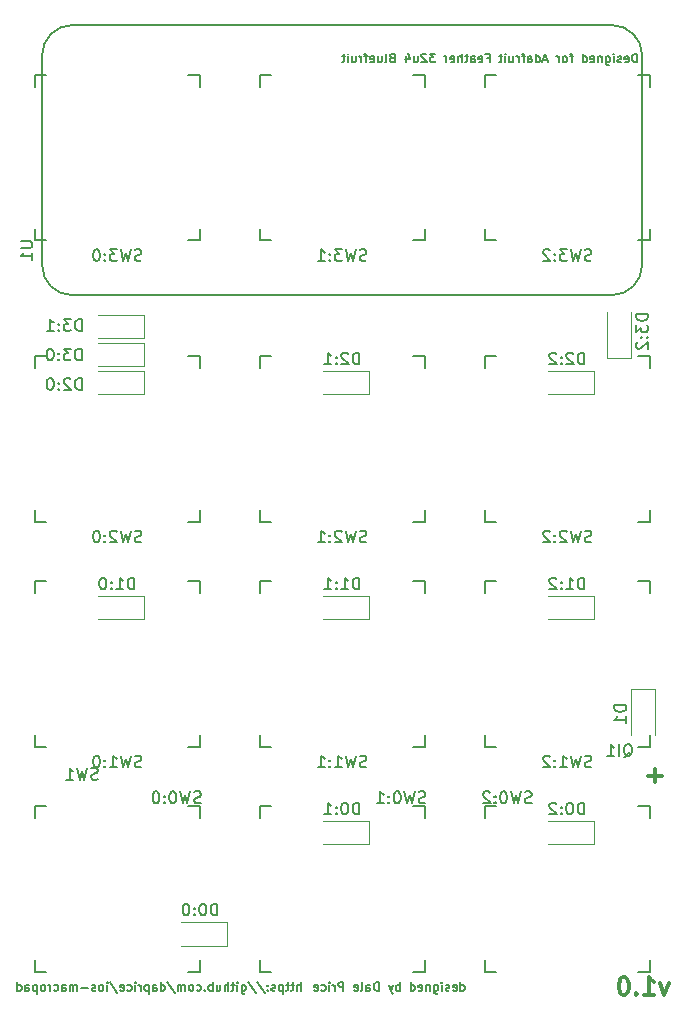
<source format=gbo>
G04 #@! TF.FileFunction,Legend,Bot*
%FSLAX46Y46*%
G04 Gerber Fmt 4.6, Leading zero omitted, Abs format (unit mm)*
G04 Created by KiCad (PCBNEW 4.0.7) date Tuesday, March 20, 2018 'PMt' 07:43:28 PM*
%MOMM*%
%LPD*%
G01*
G04 APERTURE LIST*
%ADD10C,0.100000*%
%ADD11C,0.300000*%
%ADD12C,0.184500*%
%ADD13C,0.150000*%
%ADD14C,0.120000*%
G04 APERTURE END LIST*
D10*
D11*
X125928572Y-116607143D02*
X127071429Y-116607143D01*
X126500000Y-117178571D02*
X126500000Y-116035714D01*
D12*
X96483712Y-134833857D02*
X96483712Y-134095857D01*
X96167426Y-134833857D02*
X96167426Y-134447286D01*
X96202569Y-134377000D01*
X96272855Y-134341857D01*
X96378283Y-134341857D01*
X96448569Y-134377000D01*
X96483712Y-134412143D01*
X95921426Y-134341857D02*
X95640283Y-134341857D01*
X95815998Y-134095857D02*
X95815998Y-134728429D01*
X95780855Y-134798714D01*
X95710569Y-134833857D01*
X95640283Y-134833857D01*
X95499712Y-134341857D02*
X95218569Y-134341857D01*
X95394284Y-134095857D02*
X95394284Y-134728429D01*
X95359141Y-134798714D01*
X95288855Y-134833857D01*
X95218569Y-134833857D01*
X94972570Y-134341857D02*
X94972570Y-135079857D01*
X94972570Y-134377000D02*
X94902284Y-134341857D01*
X94761713Y-134341857D01*
X94691427Y-134377000D01*
X94656284Y-134412143D01*
X94621141Y-134482429D01*
X94621141Y-134693286D01*
X94656284Y-134763571D01*
X94691427Y-134798714D01*
X94761713Y-134833857D01*
X94902284Y-134833857D01*
X94972570Y-134798714D01*
X94339999Y-134798714D02*
X94269713Y-134833857D01*
X94129141Y-134833857D01*
X94058856Y-134798714D01*
X94023713Y-134728429D01*
X94023713Y-134693286D01*
X94058856Y-134623000D01*
X94129141Y-134587857D01*
X94234570Y-134587857D01*
X94304856Y-134552714D01*
X94339999Y-134482429D01*
X94339999Y-134447286D01*
X94304856Y-134377000D01*
X94234570Y-134341857D01*
X94129141Y-134341857D01*
X94058856Y-134377000D01*
X93707427Y-134763571D02*
X93672284Y-134798714D01*
X93707427Y-134833857D01*
X93742570Y-134798714D01*
X93707427Y-134763571D01*
X93707427Y-134833857D01*
X93707427Y-134377000D02*
X93672284Y-134412143D01*
X93707427Y-134447286D01*
X93742570Y-134412143D01*
X93707427Y-134377000D01*
X93707427Y-134447286D01*
X92828855Y-134060714D02*
X93461426Y-135009571D01*
X92055712Y-134060714D02*
X92688283Y-135009571D01*
X91493426Y-134341857D02*
X91493426Y-134939286D01*
X91528569Y-135009571D01*
X91563712Y-135044714D01*
X91633997Y-135079857D01*
X91739426Y-135079857D01*
X91809712Y-135044714D01*
X91493426Y-134798714D02*
X91563712Y-134833857D01*
X91704283Y-134833857D01*
X91774569Y-134798714D01*
X91809712Y-134763571D01*
X91844855Y-134693286D01*
X91844855Y-134482429D01*
X91809712Y-134412143D01*
X91774569Y-134377000D01*
X91704283Y-134341857D01*
X91563712Y-134341857D01*
X91493426Y-134377000D01*
X91141998Y-134833857D02*
X91141998Y-134341857D01*
X91141998Y-134095857D02*
X91177141Y-134131000D01*
X91141998Y-134166143D01*
X91106855Y-134131000D01*
X91141998Y-134095857D01*
X91141998Y-134166143D01*
X90895997Y-134341857D02*
X90614854Y-134341857D01*
X90790569Y-134095857D02*
X90790569Y-134728429D01*
X90755426Y-134798714D01*
X90685140Y-134833857D01*
X90614854Y-134833857D01*
X90368855Y-134833857D02*
X90368855Y-134095857D01*
X90052569Y-134833857D02*
X90052569Y-134447286D01*
X90087712Y-134377000D01*
X90157998Y-134341857D01*
X90263426Y-134341857D01*
X90333712Y-134377000D01*
X90368855Y-134412143D01*
X89384855Y-134341857D02*
X89384855Y-134833857D01*
X89701141Y-134341857D02*
X89701141Y-134728429D01*
X89665998Y-134798714D01*
X89595712Y-134833857D01*
X89490284Y-134833857D01*
X89419998Y-134798714D01*
X89384855Y-134763571D01*
X89033427Y-134833857D02*
X89033427Y-134095857D01*
X89033427Y-134377000D02*
X88963141Y-134341857D01*
X88822570Y-134341857D01*
X88752284Y-134377000D01*
X88717141Y-134412143D01*
X88681998Y-134482429D01*
X88681998Y-134693286D01*
X88717141Y-134763571D01*
X88752284Y-134798714D01*
X88822570Y-134833857D01*
X88963141Y-134833857D01*
X89033427Y-134798714D01*
X88365713Y-134763571D02*
X88330570Y-134798714D01*
X88365713Y-134833857D01*
X88400856Y-134798714D01*
X88365713Y-134763571D01*
X88365713Y-134833857D01*
X87697998Y-134798714D02*
X87768284Y-134833857D01*
X87908855Y-134833857D01*
X87979141Y-134798714D01*
X88014284Y-134763571D01*
X88049427Y-134693286D01*
X88049427Y-134482429D01*
X88014284Y-134412143D01*
X87979141Y-134377000D01*
X87908855Y-134341857D01*
X87768284Y-134341857D01*
X87697998Y-134377000D01*
X87276284Y-134833857D02*
X87346570Y-134798714D01*
X87381713Y-134763571D01*
X87416856Y-134693286D01*
X87416856Y-134482429D01*
X87381713Y-134412143D01*
X87346570Y-134377000D01*
X87276284Y-134341857D01*
X87170856Y-134341857D01*
X87100570Y-134377000D01*
X87065427Y-134412143D01*
X87030284Y-134482429D01*
X87030284Y-134693286D01*
X87065427Y-134763571D01*
X87100570Y-134798714D01*
X87170856Y-134833857D01*
X87276284Y-134833857D01*
X86713999Y-134833857D02*
X86713999Y-134341857D01*
X86713999Y-134412143D02*
X86678856Y-134377000D01*
X86608570Y-134341857D01*
X86503142Y-134341857D01*
X86432856Y-134377000D01*
X86397713Y-134447286D01*
X86397713Y-134833857D01*
X86397713Y-134447286D02*
X86362570Y-134377000D01*
X86292284Y-134341857D01*
X86186856Y-134341857D01*
X86116570Y-134377000D01*
X86081427Y-134447286D01*
X86081427Y-134833857D01*
X85202856Y-134060714D02*
X85835427Y-135009571D01*
X84640570Y-134833857D02*
X84640570Y-134095857D01*
X84640570Y-134798714D02*
X84710856Y-134833857D01*
X84851427Y-134833857D01*
X84921713Y-134798714D01*
X84956856Y-134763571D01*
X84991999Y-134693286D01*
X84991999Y-134482429D01*
X84956856Y-134412143D01*
X84921713Y-134377000D01*
X84851427Y-134341857D01*
X84710856Y-134341857D01*
X84640570Y-134377000D01*
X83972856Y-134833857D02*
X83972856Y-134447286D01*
X84007999Y-134377000D01*
X84078285Y-134341857D01*
X84218856Y-134341857D01*
X84289142Y-134377000D01*
X83972856Y-134798714D02*
X84043142Y-134833857D01*
X84218856Y-134833857D01*
X84289142Y-134798714D01*
X84324285Y-134728429D01*
X84324285Y-134658143D01*
X84289142Y-134587857D01*
X84218856Y-134552714D01*
X84043142Y-134552714D01*
X83972856Y-134517571D01*
X83621428Y-134341857D02*
X83621428Y-135079857D01*
X83621428Y-134377000D02*
X83551142Y-134341857D01*
X83410571Y-134341857D01*
X83340285Y-134377000D01*
X83305142Y-134412143D01*
X83269999Y-134482429D01*
X83269999Y-134693286D01*
X83305142Y-134763571D01*
X83340285Y-134798714D01*
X83410571Y-134833857D01*
X83551142Y-134833857D01*
X83621428Y-134798714D01*
X82953714Y-134833857D02*
X82953714Y-134341857D01*
X82953714Y-134482429D02*
X82918571Y-134412143D01*
X82883428Y-134377000D01*
X82813142Y-134341857D01*
X82742857Y-134341857D01*
X82496857Y-134833857D02*
X82496857Y-134341857D01*
X82496857Y-134095857D02*
X82532000Y-134131000D01*
X82496857Y-134166143D01*
X82461714Y-134131000D01*
X82496857Y-134095857D01*
X82496857Y-134166143D01*
X81829142Y-134798714D02*
X81899428Y-134833857D01*
X82039999Y-134833857D01*
X82110285Y-134798714D01*
X82145428Y-134763571D01*
X82180571Y-134693286D01*
X82180571Y-134482429D01*
X82145428Y-134412143D01*
X82110285Y-134377000D01*
X82039999Y-134341857D01*
X81899428Y-134341857D01*
X81829142Y-134377000D01*
X81231714Y-134798714D02*
X81302000Y-134833857D01*
X81442571Y-134833857D01*
X81512857Y-134798714D01*
X81548000Y-134728429D01*
X81548000Y-134447286D01*
X81512857Y-134377000D01*
X81442571Y-134341857D01*
X81302000Y-134341857D01*
X81231714Y-134377000D01*
X81196571Y-134447286D01*
X81196571Y-134517571D01*
X81548000Y-134587857D01*
X80353143Y-134060714D02*
X80985714Y-135009571D01*
X80107143Y-134833857D02*
X80107143Y-134341857D01*
X80107143Y-134095857D02*
X80142286Y-134131000D01*
X80107143Y-134166143D01*
X80072000Y-134131000D01*
X80107143Y-134095857D01*
X80107143Y-134166143D01*
X79650285Y-134833857D02*
X79720571Y-134798714D01*
X79755714Y-134763571D01*
X79790857Y-134693286D01*
X79790857Y-134482429D01*
X79755714Y-134412143D01*
X79720571Y-134377000D01*
X79650285Y-134341857D01*
X79544857Y-134341857D01*
X79474571Y-134377000D01*
X79439428Y-134412143D01*
X79404285Y-134482429D01*
X79404285Y-134693286D01*
X79439428Y-134763571D01*
X79474571Y-134798714D01*
X79544857Y-134833857D01*
X79650285Y-134833857D01*
X79123143Y-134798714D02*
X79052857Y-134833857D01*
X78912285Y-134833857D01*
X78842000Y-134798714D01*
X78806857Y-134728429D01*
X78806857Y-134693286D01*
X78842000Y-134623000D01*
X78912285Y-134587857D01*
X79017714Y-134587857D01*
X79088000Y-134552714D01*
X79123143Y-134482429D01*
X79123143Y-134447286D01*
X79088000Y-134377000D01*
X79017714Y-134341857D01*
X78912285Y-134341857D01*
X78842000Y-134377000D01*
X78490571Y-134552714D02*
X77928285Y-134552714D01*
X77576857Y-134833857D02*
X77576857Y-134341857D01*
X77576857Y-134412143D02*
X77541714Y-134377000D01*
X77471428Y-134341857D01*
X77366000Y-134341857D01*
X77295714Y-134377000D01*
X77260571Y-134447286D01*
X77260571Y-134833857D01*
X77260571Y-134447286D02*
X77225428Y-134377000D01*
X77155142Y-134341857D01*
X77049714Y-134341857D01*
X76979428Y-134377000D01*
X76944285Y-134447286D01*
X76944285Y-134833857D01*
X76276571Y-134833857D02*
X76276571Y-134447286D01*
X76311714Y-134377000D01*
X76382000Y-134341857D01*
X76522571Y-134341857D01*
X76592857Y-134377000D01*
X76276571Y-134798714D02*
X76346857Y-134833857D01*
X76522571Y-134833857D01*
X76592857Y-134798714D01*
X76628000Y-134728429D01*
X76628000Y-134658143D01*
X76592857Y-134587857D01*
X76522571Y-134552714D01*
X76346857Y-134552714D01*
X76276571Y-134517571D01*
X75608857Y-134798714D02*
X75679143Y-134833857D01*
X75819714Y-134833857D01*
X75890000Y-134798714D01*
X75925143Y-134763571D01*
X75960286Y-134693286D01*
X75960286Y-134482429D01*
X75925143Y-134412143D01*
X75890000Y-134377000D01*
X75819714Y-134341857D01*
X75679143Y-134341857D01*
X75608857Y-134377000D01*
X75292572Y-134833857D02*
X75292572Y-134341857D01*
X75292572Y-134482429D02*
X75257429Y-134412143D01*
X75222286Y-134377000D01*
X75152000Y-134341857D01*
X75081715Y-134341857D01*
X74730286Y-134833857D02*
X74800572Y-134798714D01*
X74835715Y-134763571D01*
X74870858Y-134693286D01*
X74870858Y-134482429D01*
X74835715Y-134412143D01*
X74800572Y-134377000D01*
X74730286Y-134341857D01*
X74624858Y-134341857D01*
X74554572Y-134377000D01*
X74519429Y-134412143D01*
X74484286Y-134482429D01*
X74484286Y-134693286D01*
X74519429Y-134763571D01*
X74554572Y-134798714D01*
X74624858Y-134833857D01*
X74730286Y-134833857D01*
X74168001Y-134341857D02*
X74168001Y-135079857D01*
X74168001Y-134377000D02*
X74097715Y-134341857D01*
X73957144Y-134341857D01*
X73886858Y-134377000D01*
X73851715Y-134412143D01*
X73816572Y-134482429D01*
X73816572Y-134693286D01*
X73851715Y-134763571D01*
X73886858Y-134798714D01*
X73957144Y-134833857D01*
X74097715Y-134833857D01*
X74168001Y-134798714D01*
X73184001Y-134833857D02*
X73184001Y-134447286D01*
X73219144Y-134377000D01*
X73289430Y-134341857D01*
X73430001Y-134341857D01*
X73500287Y-134377000D01*
X73184001Y-134798714D02*
X73254287Y-134833857D01*
X73430001Y-134833857D01*
X73500287Y-134798714D01*
X73535430Y-134728429D01*
X73535430Y-134658143D01*
X73500287Y-134587857D01*
X73430001Y-134552714D01*
X73254287Y-134552714D01*
X73184001Y-134517571D01*
X72516287Y-134833857D02*
X72516287Y-134095857D01*
X72516287Y-134798714D02*
X72586573Y-134833857D01*
X72727144Y-134833857D01*
X72797430Y-134798714D01*
X72832573Y-134763571D01*
X72867716Y-134693286D01*
X72867716Y-134482429D01*
X72832573Y-134412143D01*
X72797430Y-134377000D01*
X72727144Y-134341857D01*
X72586573Y-134341857D01*
X72516287Y-134377000D01*
X110026999Y-134833857D02*
X110026999Y-134095857D01*
X110026999Y-134798714D02*
X110097285Y-134833857D01*
X110237856Y-134833857D01*
X110308142Y-134798714D01*
X110343285Y-134763571D01*
X110378428Y-134693286D01*
X110378428Y-134482429D01*
X110343285Y-134412143D01*
X110308142Y-134377000D01*
X110237856Y-134341857D01*
X110097285Y-134341857D01*
X110026999Y-134377000D01*
X109394428Y-134798714D02*
X109464714Y-134833857D01*
X109605285Y-134833857D01*
X109675571Y-134798714D01*
X109710714Y-134728429D01*
X109710714Y-134447286D01*
X109675571Y-134377000D01*
X109605285Y-134341857D01*
X109464714Y-134341857D01*
X109394428Y-134377000D01*
X109359285Y-134447286D01*
X109359285Y-134517571D01*
X109710714Y-134587857D01*
X109078143Y-134798714D02*
X109007857Y-134833857D01*
X108867285Y-134833857D01*
X108797000Y-134798714D01*
X108761857Y-134728429D01*
X108761857Y-134693286D01*
X108797000Y-134623000D01*
X108867285Y-134587857D01*
X108972714Y-134587857D01*
X109043000Y-134552714D01*
X109078143Y-134482429D01*
X109078143Y-134447286D01*
X109043000Y-134377000D01*
X108972714Y-134341857D01*
X108867285Y-134341857D01*
X108797000Y-134377000D01*
X108445571Y-134833857D02*
X108445571Y-134341857D01*
X108445571Y-134095857D02*
X108480714Y-134131000D01*
X108445571Y-134166143D01*
X108410428Y-134131000D01*
X108445571Y-134095857D01*
X108445571Y-134166143D01*
X107777856Y-134341857D02*
X107777856Y-134939286D01*
X107812999Y-135009571D01*
X107848142Y-135044714D01*
X107918427Y-135079857D01*
X108023856Y-135079857D01*
X108094142Y-135044714D01*
X107777856Y-134798714D02*
X107848142Y-134833857D01*
X107988713Y-134833857D01*
X108058999Y-134798714D01*
X108094142Y-134763571D01*
X108129285Y-134693286D01*
X108129285Y-134482429D01*
X108094142Y-134412143D01*
X108058999Y-134377000D01*
X107988713Y-134341857D01*
X107848142Y-134341857D01*
X107777856Y-134377000D01*
X107426428Y-134341857D02*
X107426428Y-134833857D01*
X107426428Y-134412143D02*
X107391285Y-134377000D01*
X107320999Y-134341857D01*
X107215571Y-134341857D01*
X107145285Y-134377000D01*
X107110142Y-134447286D01*
X107110142Y-134833857D01*
X106477571Y-134798714D02*
X106547857Y-134833857D01*
X106688428Y-134833857D01*
X106758714Y-134798714D01*
X106793857Y-134728429D01*
X106793857Y-134447286D01*
X106758714Y-134377000D01*
X106688428Y-134341857D01*
X106547857Y-134341857D01*
X106477571Y-134377000D01*
X106442428Y-134447286D01*
X106442428Y-134517571D01*
X106793857Y-134587857D01*
X105809857Y-134833857D02*
X105809857Y-134095857D01*
X105809857Y-134798714D02*
X105880143Y-134833857D01*
X106020714Y-134833857D01*
X106091000Y-134798714D01*
X106126143Y-134763571D01*
X106161286Y-134693286D01*
X106161286Y-134482429D01*
X106126143Y-134412143D01*
X106091000Y-134377000D01*
X106020714Y-134341857D01*
X105880143Y-134341857D01*
X105809857Y-134377000D01*
X104896143Y-134833857D02*
X104896143Y-134095857D01*
X104896143Y-134377000D02*
X104825857Y-134341857D01*
X104685286Y-134341857D01*
X104615000Y-134377000D01*
X104579857Y-134412143D01*
X104544714Y-134482429D01*
X104544714Y-134693286D01*
X104579857Y-134763571D01*
X104615000Y-134798714D01*
X104685286Y-134833857D01*
X104825857Y-134833857D01*
X104896143Y-134798714D01*
X104298714Y-134341857D02*
X104123000Y-134833857D01*
X103947286Y-134341857D02*
X104123000Y-134833857D01*
X104193286Y-135009571D01*
X104228429Y-135044714D01*
X104298714Y-135079857D01*
X103103857Y-134833857D02*
X103103857Y-134095857D01*
X102928142Y-134095857D01*
X102822714Y-134131000D01*
X102752428Y-134201286D01*
X102717285Y-134271571D01*
X102682142Y-134412143D01*
X102682142Y-134517571D01*
X102717285Y-134658143D01*
X102752428Y-134728429D01*
X102822714Y-134798714D01*
X102928142Y-134833857D01*
X103103857Y-134833857D01*
X102049571Y-134833857D02*
X102049571Y-134447286D01*
X102084714Y-134377000D01*
X102155000Y-134341857D01*
X102295571Y-134341857D01*
X102365857Y-134377000D01*
X102049571Y-134798714D02*
X102119857Y-134833857D01*
X102295571Y-134833857D01*
X102365857Y-134798714D01*
X102401000Y-134728429D01*
X102401000Y-134658143D01*
X102365857Y-134587857D01*
X102295571Y-134552714D01*
X102119857Y-134552714D01*
X102049571Y-134517571D01*
X101592714Y-134833857D02*
X101663000Y-134798714D01*
X101698143Y-134728429D01*
X101698143Y-134095857D01*
X101030429Y-134798714D02*
X101100715Y-134833857D01*
X101241286Y-134833857D01*
X101311572Y-134798714D01*
X101346715Y-134728429D01*
X101346715Y-134447286D01*
X101311572Y-134377000D01*
X101241286Y-134341857D01*
X101100715Y-134341857D01*
X101030429Y-134377000D01*
X100995286Y-134447286D01*
X100995286Y-134517571D01*
X101346715Y-134587857D01*
X100116715Y-134833857D02*
X100116715Y-134095857D01*
X99835572Y-134095857D01*
X99765286Y-134131000D01*
X99730143Y-134166143D01*
X99695000Y-134236429D01*
X99695000Y-134341857D01*
X99730143Y-134412143D01*
X99765286Y-134447286D01*
X99835572Y-134482429D01*
X100116715Y-134482429D01*
X99378715Y-134833857D02*
X99378715Y-134341857D01*
X99378715Y-134482429D02*
X99343572Y-134412143D01*
X99308429Y-134377000D01*
X99238143Y-134341857D01*
X99167858Y-134341857D01*
X98921858Y-134833857D02*
X98921858Y-134341857D01*
X98921858Y-134095857D02*
X98957001Y-134131000D01*
X98921858Y-134166143D01*
X98886715Y-134131000D01*
X98921858Y-134095857D01*
X98921858Y-134166143D01*
X98254143Y-134798714D02*
X98324429Y-134833857D01*
X98465000Y-134833857D01*
X98535286Y-134798714D01*
X98570429Y-134763571D01*
X98605572Y-134693286D01*
X98605572Y-134482429D01*
X98570429Y-134412143D01*
X98535286Y-134377000D01*
X98465000Y-134341857D01*
X98324429Y-134341857D01*
X98254143Y-134377000D01*
X97656715Y-134798714D02*
X97727001Y-134833857D01*
X97867572Y-134833857D01*
X97937858Y-134798714D01*
X97973001Y-134728429D01*
X97973001Y-134447286D01*
X97937858Y-134377000D01*
X97867572Y-134341857D01*
X97727001Y-134341857D01*
X97656715Y-134377000D01*
X97621572Y-134447286D01*
X97621572Y-134517571D01*
X97973001Y-134587857D01*
D11*
X127642856Y-134178571D02*
X127285713Y-135178571D01*
X126928571Y-134178571D01*
X125571428Y-135178571D02*
X126428571Y-135178571D01*
X125999999Y-135178571D02*
X125999999Y-133678571D01*
X126142856Y-133892857D01*
X126285714Y-134035714D01*
X126428571Y-134107143D01*
X124928571Y-135035714D02*
X124857143Y-135107143D01*
X124928571Y-135178571D01*
X125000000Y-135107143D01*
X124928571Y-135035714D01*
X124928571Y-135178571D01*
X123928571Y-133678571D02*
X123785714Y-133678571D01*
X123642857Y-133750000D01*
X123571428Y-133821429D01*
X123499999Y-133964286D01*
X123428571Y-134250000D01*
X123428571Y-134607143D01*
X123499999Y-134892857D01*
X123571428Y-135035714D01*
X123642857Y-135107143D01*
X123785714Y-135178571D01*
X123928571Y-135178571D01*
X124071428Y-135107143D01*
X124142857Y-135035714D01*
X124214285Y-134892857D01*
X124285714Y-134607143D01*
X124285714Y-134250000D01*
X124214285Y-133964286D01*
X124142857Y-133821429D01*
X124071428Y-133750000D01*
X123928571Y-133678571D01*
D12*
X124962568Y-56213857D02*
X124962568Y-55475857D01*
X124786853Y-55475857D01*
X124681425Y-55511000D01*
X124611139Y-55581286D01*
X124575996Y-55651571D01*
X124540853Y-55792143D01*
X124540853Y-55897571D01*
X124575996Y-56038143D01*
X124611139Y-56108429D01*
X124681425Y-56178714D01*
X124786853Y-56213857D01*
X124962568Y-56213857D01*
X123943425Y-56178714D02*
X124013711Y-56213857D01*
X124154282Y-56213857D01*
X124224568Y-56178714D01*
X124259711Y-56108429D01*
X124259711Y-55827286D01*
X124224568Y-55757000D01*
X124154282Y-55721857D01*
X124013711Y-55721857D01*
X123943425Y-55757000D01*
X123908282Y-55827286D01*
X123908282Y-55897571D01*
X124259711Y-55967857D01*
X123627140Y-56178714D02*
X123556854Y-56213857D01*
X123416282Y-56213857D01*
X123345997Y-56178714D01*
X123310854Y-56108429D01*
X123310854Y-56073286D01*
X123345997Y-56003000D01*
X123416282Y-55967857D01*
X123521711Y-55967857D01*
X123591997Y-55932714D01*
X123627140Y-55862429D01*
X123627140Y-55827286D01*
X123591997Y-55757000D01*
X123521711Y-55721857D01*
X123416282Y-55721857D01*
X123345997Y-55757000D01*
X122994568Y-56213857D02*
X122994568Y-55721857D01*
X122994568Y-55475857D02*
X123029711Y-55511000D01*
X122994568Y-55546143D01*
X122959425Y-55511000D01*
X122994568Y-55475857D01*
X122994568Y-55546143D01*
X122326853Y-55721857D02*
X122326853Y-56319286D01*
X122361996Y-56389571D01*
X122397139Y-56424714D01*
X122467424Y-56459857D01*
X122572853Y-56459857D01*
X122643139Y-56424714D01*
X122326853Y-56178714D02*
X122397139Y-56213857D01*
X122537710Y-56213857D01*
X122607996Y-56178714D01*
X122643139Y-56143571D01*
X122678282Y-56073286D01*
X122678282Y-55862429D01*
X122643139Y-55792143D01*
X122607996Y-55757000D01*
X122537710Y-55721857D01*
X122397139Y-55721857D01*
X122326853Y-55757000D01*
X121975425Y-55721857D02*
X121975425Y-56213857D01*
X121975425Y-55792143D02*
X121940282Y-55757000D01*
X121869996Y-55721857D01*
X121764568Y-55721857D01*
X121694282Y-55757000D01*
X121659139Y-55827286D01*
X121659139Y-56213857D01*
X121026568Y-56178714D02*
X121096854Y-56213857D01*
X121237425Y-56213857D01*
X121307711Y-56178714D01*
X121342854Y-56108429D01*
X121342854Y-55827286D01*
X121307711Y-55757000D01*
X121237425Y-55721857D01*
X121096854Y-55721857D01*
X121026568Y-55757000D01*
X120991425Y-55827286D01*
X120991425Y-55897571D01*
X121342854Y-55967857D01*
X120358854Y-56213857D02*
X120358854Y-55475857D01*
X120358854Y-56178714D02*
X120429140Y-56213857D01*
X120569711Y-56213857D01*
X120639997Y-56178714D01*
X120675140Y-56143571D01*
X120710283Y-56073286D01*
X120710283Y-55862429D01*
X120675140Y-55792143D01*
X120639997Y-55757000D01*
X120569711Y-55721857D01*
X120429140Y-55721857D01*
X120358854Y-55757000D01*
X119550568Y-55721857D02*
X119269425Y-55721857D01*
X119445140Y-56213857D02*
X119445140Y-55581286D01*
X119409997Y-55511000D01*
X119339711Y-55475857D01*
X119269425Y-55475857D01*
X118917997Y-56213857D02*
X118988283Y-56178714D01*
X119023426Y-56143571D01*
X119058569Y-56073286D01*
X119058569Y-55862429D01*
X119023426Y-55792143D01*
X118988283Y-55757000D01*
X118917997Y-55721857D01*
X118812569Y-55721857D01*
X118742283Y-55757000D01*
X118707140Y-55792143D01*
X118671997Y-55862429D01*
X118671997Y-56073286D01*
X118707140Y-56143571D01*
X118742283Y-56178714D01*
X118812569Y-56213857D01*
X118917997Y-56213857D01*
X118355712Y-56213857D02*
X118355712Y-55721857D01*
X118355712Y-55862429D02*
X118320569Y-55792143D01*
X118285426Y-55757000D01*
X118215140Y-55721857D01*
X118144855Y-55721857D01*
X117371712Y-56003000D02*
X117020283Y-56003000D01*
X117441997Y-56213857D02*
X117195997Y-55475857D01*
X116949997Y-56213857D01*
X116387712Y-56213857D02*
X116387712Y-55475857D01*
X116387712Y-56178714D02*
X116457998Y-56213857D01*
X116598569Y-56213857D01*
X116668855Y-56178714D01*
X116703998Y-56143571D01*
X116739141Y-56073286D01*
X116739141Y-55862429D01*
X116703998Y-55792143D01*
X116668855Y-55757000D01*
X116598569Y-55721857D01*
X116457998Y-55721857D01*
X116387712Y-55757000D01*
X115719998Y-56213857D02*
X115719998Y-55827286D01*
X115755141Y-55757000D01*
X115825427Y-55721857D01*
X115965998Y-55721857D01*
X116036284Y-55757000D01*
X115719998Y-56178714D02*
X115790284Y-56213857D01*
X115965998Y-56213857D01*
X116036284Y-56178714D01*
X116071427Y-56108429D01*
X116071427Y-56038143D01*
X116036284Y-55967857D01*
X115965998Y-55932714D01*
X115790284Y-55932714D01*
X115719998Y-55897571D01*
X115473998Y-55721857D02*
X115192855Y-55721857D01*
X115368570Y-56213857D02*
X115368570Y-55581286D01*
X115333427Y-55511000D01*
X115263141Y-55475857D01*
X115192855Y-55475857D01*
X114946856Y-56213857D02*
X114946856Y-55721857D01*
X114946856Y-55862429D02*
X114911713Y-55792143D01*
X114876570Y-55757000D01*
X114806284Y-55721857D01*
X114735999Y-55721857D01*
X114173713Y-55721857D02*
X114173713Y-56213857D01*
X114489999Y-55721857D02*
X114489999Y-56108429D01*
X114454856Y-56178714D01*
X114384570Y-56213857D01*
X114279142Y-56213857D01*
X114208856Y-56178714D01*
X114173713Y-56143571D01*
X113822285Y-56213857D02*
X113822285Y-55721857D01*
X113822285Y-55475857D02*
X113857428Y-55511000D01*
X113822285Y-55546143D01*
X113787142Y-55511000D01*
X113822285Y-55475857D01*
X113822285Y-55546143D01*
X113576284Y-55721857D02*
X113295141Y-55721857D01*
X113470856Y-55475857D02*
X113470856Y-56108429D01*
X113435713Y-56178714D01*
X113365427Y-56213857D01*
X113295141Y-56213857D01*
X112240856Y-55827286D02*
X112486856Y-55827286D01*
X112486856Y-56213857D02*
X112486856Y-55475857D01*
X112135427Y-55475857D01*
X111573142Y-56178714D02*
X111643428Y-56213857D01*
X111783999Y-56213857D01*
X111854285Y-56178714D01*
X111889428Y-56108429D01*
X111889428Y-55827286D01*
X111854285Y-55757000D01*
X111783999Y-55721857D01*
X111643428Y-55721857D01*
X111573142Y-55757000D01*
X111537999Y-55827286D01*
X111537999Y-55897571D01*
X111889428Y-55967857D01*
X110905428Y-56213857D02*
X110905428Y-55827286D01*
X110940571Y-55757000D01*
X111010857Y-55721857D01*
X111151428Y-55721857D01*
X111221714Y-55757000D01*
X110905428Y-56178714D02*
X110975714Y-56213857D01*
X111151428Y-56213857D01*
X111221714Y-56178714D01*
X111256857Y-56108429D01*
X111256857Y-56038143D01*
X111221714Y-55967857D01*
X111151428Y-55932714D01*
X110975714Y-55932714D01*
X110905428Y-55897571D01*
X110659428Y-55721857D02*
X110378285Y-55721857D01*
X110554000Y-55475857D02*
X110554000Y-56108429D01*
X110518857Y-56178714D01*
X110448571Y-56213857D01*
X110378285Y-56213857D01*
X110132286Y-56213857D02*
X110132286Y-55475857D01*
X109816000Y-56213857D02*
X109816000Y-55827286D01*
X109851143Y-55757000D01*
X109921429Y-55721857D01*
X110026857Y-55721857D01*
X110097143Y-55757000D01*
X110132286Y-55792143D01*
X109183429Y-56178714D02*
X109253715Y-56213857D01*
X109394286Y-56213857D01*
X109464572Y-56178714D01*
X109499715Y-56108429D01*
X109499715Y-55827286D01*
X109464572Y-55757000D01*
X109394286Y-55721857D01*
X109253715Y-55721857D01*
X109183429Y-55757000D01*
X109148286Y-55827286D01*
X109148286Y-55897571D01*
X109499715Y-55967857D01*
X108832001Y-56213857D02*
X108832001Y-55721857D01*
X108832001Y-55862429D02*
X108796858Y-55792143D01*
X108761715Y-55757000D01*
X108691429Y-55721857D01*
X108621144Y-55721857D01*
X107883143Y-55475857D02*
X107426286Y-55475857D01*
X107672286Y-55757000D01*
X107566858Y-55757000D01*
X107496572Y-55792143D01*
X107461429Y-55827286D01*
X107426286Y-55897571D01*
X107426286Y-56073286D01*
X107461429Y-56143571D01*
X107496572Y-56178714D01*
X107566858Y-56213857D01*
X107777715Y-56213857D01*
X107848001Y-56178714D01*
X107883143Y-56143571D01*
X107145144Y-55546143D02*
X107110001Y-55511000D01*
X107039715Y-55475857D01*
X106864001Y-55475857D01*
X106793715Y-55511000D01*
X106758572Y-55546143D01*
X106723429Y-55616429D01*
X106723429Y-55686714D01*
X106758572Y-55792143D01*
X107180286Y-56213857D01*
X106723429Y-56213857D01*
X106090858Y-55721857D02*
X106090858Y-56213857D01*
X106407144Y-55721857D02*
X106407144Y-56108429D01*
X106372001Y-56178714D01*
X106301715Y-56213857D01*
X106196287Y-56213857D01*
X106126001Y-56178714D01*
X106090858Y-56143571D01*
X105423144Y-55721857D02*
X105423144Y-56213857D01*
X105598858Y-55440714D02*
X105774573Y-55967857D01*
X105317715Y-55967857D01*
X104228287Y-55827286D02*
X104122858Y-55862429D01*
X104087715Y-55897571D01*
X104052572Y-55967857D01*
X104052572Y-56073286D01*
X104087715Y-56143571D01*
X104122858Y-56178714D01*
X104193144Y-56213857D01*
X104474287Y-56213857D01*
X104474287Y-55475857D01*
X104228287Y-55475857D01*
X104158001Y-55511000D01*
X104122858Y-55546143D01*
X104087715Y-55616429D01*
X104087715Y-55686714D01*
X104122858Y-55757000D01*
X104158001Y-55792143D01*
X104228287Y-55827286D01*
X104474287Y-55827286D01*
X103630858Y-56213857D02*
X103701144Y-56178714D01*
X103736287Y-56108429D01*
X103736287Y-55475857D01*
X103033430Y-55721857D02*
X103033430Y-56213857D01*
X103349716Y-55721857D02*
X103349716Y-56108429D01*
X103314573Y-56178714D01*
X103244287Y-56213857D01*
X103138859Y-56213857D01*
X103068573Y-56178714D01*
X103033430Y-56143571D01*
X102400859Y-56178714D02*
X102471145Y-56213857D01*
X102611716Y-56213857D01*
X102682002Y-56178714D01*
X102717145Y-56108429D01*
X102717145Y-55827286D01*
X102682002Y-55757000D01*
X102611716Y-55721857D01*
X102471145Y-55721857D01*
X102400859Y-55757000D01*
X102365716Y-55827286D01*
X102365716Y-55897571D01*
X102717145Y-55967857D01*
X102154859Y-55721857D02*
X101873716Y-55721857D01*
X102049431Y-56213857D02*
X102049431Y-55581286D01*
X102014288Y-55511000D01*
X101944002Y-55475857D01*
X101873716Y-55475857D01*
X101627717Y-56213857D02*
X101627717Y-55721857D01*
X101627717Y-55862429D02*
X101592574Y-55792143D01*
X101557431Y-55757000D01*
X101487145Y-55721857D01*
X101416860Y-55721857D01*
X100854574Y-55721857D02*
X100854574Y-56213857D01*
X101170860Y-55721857D02*
X101170860Y-56108429D01*
X101135717Y-56178714D01*
X101065431Y-56213857D01*
X100960003Y-56213857D01*
X100889717Y-56178714D01*
X100854574Y-56143571D01*
X100503146Y-56213857D02*
X100503146Y-55721857D01*
X100503146Y-55475857D02*
X100538289Y-55511000D01*
X100503146Y-55546143D01*
X100468003Y-55511000D01*
X100503146Y-55475857D01*
X100503146Y-55546143D01*
X100257145Y-55721857D02*
X99976002Y-55721857D01*
X100151717Y-55475857D02*
X100151717Y-56108429D01*
X100116574Y-56178714D01*
X100046288Y-56213857D01*
X99976002Y-56213857D01*
D13*
X77140000Y-75930000D02*
X122860000Y-75930000D01*
X74600000Y-55610000D02*
X74600000Y-73390000D01*
X122860000Y-53070000D02*
X77140000Y-53070000D01*
X125400000Y-73390000D02*
X125400000Y-55610000D01*
X122860000Y-53070000D02*
G75*
G02X125400000Y-55610000I0J-2540000D01*
G01*
X74600000Y-55610000D02*
G75*
G02X77140000Y-53070000I2540000J0D01*
G01*
X77140000Y-75930000D02*
G75*
G02X74600000Y-73390000I0J2540000D01*
G01*
X125400000Y-73390000D02*
G75*
G02X122860000Y-75930000I-2540000J0D01*
G01*
D14*
X124444000Y-81244000D02*
X122444000Y-81244000D01*
X122444000Y-81244000D02*
X122444000Y-77344000D01*
X124444000Y-81244000D02*
X124444000Y-77344000D01*
X83212500Y-77581250D02*
X83212500Y-79581250D01*
X83212500Y-79581250D02*
X79312500Y-79581250D01*
X83212500Y-77581250D02*
X79312500Y-77581250D01*
X83212500Y-79962500D02*
X83212500Y-81962500D01*
X83212500Y-81962500D02*
X79312500Y-81962500D01*
X83212500Y-79962500D02*
X79312500Y-79962500D01*
X121312500Y-82343750D02*
X121312500Y-84343750D01*
X121312500Y-84343750D02*
X117412500Y-84343750D01*
X121312500Y-82343750D02*
X117412500Y-82343750D01*
X102262500Y-82343750D02*
X102262500Y-84343750D01*
X102262500Y-84343750D02*
X98362500Y-84343750D01*
X102262500Y-82343750D02*
X98362500Y-82343750D01*
X83212500Y-82343750D02*
X83212500Y-84343750D01*
X83212500Y-84343750D02*
X79312500Y-84343750D01*
X83212500Y-82343750D02*
X79312500Y-82343750D01*
X121312500Y-101393750D02*
X121312500Y-103393750D01*
X121312500Y-103393750D02*
X117412500Y-103393750D01*
X121312500Y-101393750D02*
X117412500Y-101393750D01*
X102262500Y-101393750D02*
X102262500Y-103393750D01*
X102262500Y-103393750D02*
X98362500Y-103393750D01*
X102262500Y-101393750D02*
X98362500Y-101393750D01*
X83212500Y-101393750D02*
X83212500Y-103393750D01*
X83212500Y-103393750D02*
X79312500Y-103393750D01*
X83212500Y-101393750D02*
X79312500Y-101393750D01*
X124500000Y-109300000D02*
X126500000Y-109300000D01*
X126500000Y-109300000D02*
X126500000Y-113150000D01*
X124500000Y-109300000D02*
X124500000Y-113150000D01*
X121312500Y-120443750D02*
X121312500Y-122443750D01*
X121312500Y-122443750D02*
X117412500Y-122443750D01*
X121312500Y-120443750D02*
X117412500Y-120443750D01*
X102262500Y-120443750D02*
X102262500Y-122443750D01*
X102262500Y-122443750D02*
X98362500Y-122443750D01*
X102262500Y-120443750D02*
X98362500Y-120443750D01*
X90250000Y-129000000D02*
X90250000Y-131000000D01*
X90250000Y-131000000D02*
X86350000Y-131000000D01*
X90250000Y-129000000D02*
X86350000Y-129000000D01*
D13*
X73962500Y-58293750D02*
X73962500Y-57293750D01*
X73962500Y-57293750D02*
X74962500Y-57293750D01*
X74962500Y-71293750D02*
X73962500Y-71293750D01*
X73962500Y-71293750D02*
X73962500Y-70293750D01*
X87962500Y-70293750D02*
X87962500Y-71293750D01*
X87962500Y-71293750D02*
X86962500Y-71293750D01*
X86962500Y-57293750D02*
X87962500Y-57293750D01*
X87962500Y-57293750D02*
X87962500Y-58293750D01*
X93012500Y-82106250D02*
X93012500Y-81106250D01*
X93012500Y-81106250D02*
X94012500Y-81106250D01*
X94012500Y-95106250D02*
X93012500Y-95106250D01*
X93012500Y-95106250D02*
X93012500Y-94106250D01*
X107012500Y-94106250D02*
X107012500Y-95106250D01*
X107012500Y-95106250D02*
X106012500Y-95106250D01*
X106012500Y-81106250D02*
X107012500Y-81106250D01*
X107012500Y-81106250D02*
X107012500Y-82106250D01*
X73962500Y-82106250D02*
X73962500Y-81106250D01*
X73962500Y-81106250D02*
X74962500Y-81106250D01*
X74962500Y-95106250D02*
X73962500Y-95106250D01*
X73962500Y-95106250D02*
X73962500Y-94106250D01*
X87962500Y-94106250D02*
X87962500Y-95106250D01*
X87962500Y-95106250D02*
X86962500Y-95106250D01*
X86962500Y-81106250D02*
X87962500Y-81106250D01*
X87962500Y-81106250D02*
X87962500Y-82106250D01*
X73962500Y-120206250D02*
X73962500Y-119206250D01*
X73962500Y-119206250D02*
X74962500Y-119206250D01*
X74962500Y-133206250D02*
X73962500Y-133206250D01*
X73962500Y-133206250D02*
X73962500Y-132206250D01*
X87962500Y-132206250D02*
X87962500Y-133206250D01*
X87962500Y-133206250D02*
X86962500Y-133206250D01*
X86962500Y-119206250D02*
X87962500Y-119206250D01*
X87962500Y-119206250D02*
X87962500Y-120206250D01*
X93012500Y-120206250D02*
X93012500Y-119206250D01*
X93012500Y-119206250D02*
X94012500Y-119206250D01*
X94012500Y-133206250D02*
X93012500Y-133206250D01*
X93012500Y-133206250D02*
X93012500Y-132206250D01*
X107012500Y-132206250D02*
X107012500Y-133206250D01*
X107012500Y-133206250D02*
X106012500Y-133206250D01*
X106012500Y-119206250D02*
X107012500Y-119206250D01*
X107012500Y-119206250D02*
X107012500Y-120206250D01*
X112062500Y-120206250D02*
X112062500Y-119206250D01*
X112062500Y-119206250D02*
X113062500Y-119206250D01*
X113062500Y-133206250D02*
X112062500Y-133206250D01*
X112062500Y-133206250D02*
X112062500Y-132206250D01*
X126062500Y-132206250D02*
X126062500Y-133206250D01*
X126062500Y-133206250D02*
X125062500Y-133206250D01*
X125062500Y-119206250D02*
X126062500Y-119206250D01*
X126062500Y-119206250D02*
X126062500Y-120206250D01*
X73962500Y-101156250D02*
X73962500Y-100156250D01*
X73962500Y-100156250D02*
X74962500Y-100156250D01*
X74962500Y-114156250D02*
X73962500Y-114156250D01*
X73962500Y-114156250D02*
X73962500Y-113156250D01*
X87962500Y-113156250D02*
X87962500Y-114156250D01*
X87962500Y-114156250D02*
X86962500Y-114156250D01*
X86962500Y-100156250D02*
X87962500Y-100156250D01*
X87962500Y-100156250D02*
X87962500Y-101156250D01*
X93012500Y-101156250D02*
X93012500Y-100156250D01*
X93012500Y-100156250D02*
X94012500Y-100156250D01*
X94012500Y-114156250D02*
X93012500Y-114156250D01*
X93012500Y-114156250D02*
X93012500Y-113156250D01*
X107012500Y-113156250D02*
X107012500Y-114156250D01*
X107012500Y-114156250D02*
X106012500Y-114156250D01*
X106012500Y-100156250D02*
X107012500Y-100156250D01*
X107012500Y-100156250D02*
X107012500Y-101156250D01*
X112062500Y-101156250D02*
X112062500Y-100156250D01*
X112062500Y-100156250D02*
X113062500Y-100156250D01*
X113062500Y-114156250D02*
X112062500Y-114156250D01*
X112062500Y-114156250D02*
X112062500Y-113156250D01*
X126062500Y-113156250D02*
X126062500Y-114156250D01*
X126062500Y-114156250D02*
X125062500Y-114156250D01*
X125062500Y-100156250D02*
X126062500Y-100156250D01*
X126062500Y-100156250D02*
X126062500Y-101156250D01*
X112062500Y-82106250D02*
X112062500Y-81106250D01*
X112062500Y-81106250D02*
X113062500Y-81106250D01*
X113062500Y-95106250D02*
X112062500Y-95106250D01*
X112062500Y-95106250D02*
X112062500Y-94106250D01*
X126062500Y-94106250D02*
X126062500Y-95106250D01*
X126062500Y-95106250D02*
X125062500Y-95106250D01*
X125062500Y-81106250D02*
X126062500Y-81106250D01*
X126062500Y-81106250D02*
X126062500Y-82106250D01*
X93012500Y-58293750D02*
X93012500Y-57293750D01*
X93012500Y-57293750D02*
X94012500Y-57293750D01*
X94012500Y-71293750D02*
X93012500Y-71293750D01*
X93012500Y-71293750D02*
X93012500Y-70293750D01*
X107012500Y-70293750D02*
X107012500Y-71293750D01*
X107012500Y-71293750D02*
X106012500Y-71293750D01*
X106012500Y-57293750D02*
X107012500Y-57293750D01*
X107012500Y-57293750D02*
X107012500Y-58293750D01*
X112062500Y-58293750D02*
X112062500Y-57293750D01*
X112062500Y-57293750D02*
X113062500Y-57293750D01*
X113062500Y-71293750D02*
X112062500Y-71293750D01*
X112062500Y-71293750D02*
X112062500Y-70293750D01*
X126062500Y-70293750D02*
X126062500Y-71293750D01*
X126062500Y-71293750D02*
X125062500Y-71293750D01*
X125062500Y-57293750D02*
X126062500Y-57293750D01*
X126062500Y-57293750D02*
X126062500Y-58293750D01*
X72782381Y-71358095D02*
X73591905Y-71358095D01*
X73687143Y-71405714D01*
X73734762Y-71453333D01*
X73782381Y-71548571D01*
X73782381Y-71739048D01*
X73734762Y-71834286D01*
X73687143Y-71881905D01*
X73591905Y-71929524D01*
X72782381Y-71929524D01*
X73782381Y-72929524D02*
X73782381Y-72358095D01*
X73782381Y-72643809D02*
X72782381Y-72643809D01*
X72925238Y-72548571D01*
X73020476Y-72453333D01*
X73068095Y-72358095D01*
X125896381Y-77541619D02*
X124896381Y-77541619D01*
X124896381Y-77779714D01*
X124944000Y-77922572D01*
X125039238Y-78017810D01*
X125134476Y-78065429D01*
X125324952Y-78113048D01*
X125467810Y-78113048D01*
X125658286Y-78065429D01*
X125753524Y-78017810D01*
X125848762Y-77922572D01*
X125896381Y-77779714D01*
X125896381Y-77541619D01*
X124896381Y-78446381D02*
X124896381Y-79065429D01*
X125277333Y-78732095D01*
X125277333Y-78874953D01*
X125324952Y-78970191D01*
X125372571Y-79017810D01*
X125467810Y-79065429D01*
X125705905Y-79065429D01*
X125801143Y-79017810D01*
X125848762Y-78970191D01*
X125896381Y-78874953D01*
X125896381Y-78589238D01*
X125848762Y-78494000D01*
X125801143Y-78446381D01*
X125801143Y-79494000D02*
X125848762Y-79541619D01*
X125896381Y-79494000D01*
X125848762Y-79446381D01*
X125801143Y-79494000D01*
X125896381Y-79494000D01*
X125277333Y-79494000D02*
X125324952Y-79541619D01*
X125372571Y-79494000D01*
X125324952Y-79446381D01*
X125277333Y-79494000D01*
X125372571Y-79494000D01*
X124991619Y-79922571D02*
X124944000Y-79970190D01*
X124896381Y-80065428D01*
X124896381Y-80303524D01*
X124944000Y-80398762D01*
X124991619Y-80446381D01*
X125086857Y-80494000D01*
X125182095Y-80494000D01*
X125324952Y-80446381D01*
X125896381Y-79874952D01*
X125896381Y-80494000D01*
X77952381Y-78952381D02*
X77952381Y-77952381D01*
X77714286Y-77952381D01*
X77571428Y-78000000D01*
X77476190Y-78095238D01*
X77428571Y-78190476D01*
X77380952Y-78380952D01*
X77380952Y-78523810D01*
X77428571Y-78714286D01*
X77476190Y-78809524D01*
X77571428Y-78904762D01*
X77714286Y-78952381D01*
X77952381Y-78952381D01*
X77047619Y-77952381D02*
X76428571Y-77952381D01*
X76761905Y-78333333D01*
X76619047Y-78333333D01*
X76523809Y-78380952D01*
X76476190Y-78428571D01*
X76428571Y-78523810D01*
X76428571Y-78761905D01*
X76476190Y-78857143D01*
X76523809Y-78904762D01*
X76619047Y-78952381D01*
X76904762Y-78952381D01*
X77000000Y-78904762D01*
X77047619Y-78857143D01*
X76000000Y-78857143D02*
X75952381Y-78904762D01*
X76000000Y-78952381D01*
X76047619Y-78904762D01*
X76000000Y-78857143D01*
X76000000Y-78952381D01*
X76000000Y-78333333D02*
X75952381Y-78380952D01*
X76000000Y-78428571D01*
X76047619Y-78380952D01*
X76000000Y-78333333D01*
X76000000Y-78428571D01*
X75000000Y-78952381D02*
X75571429Y-78952381D01*
X75285715Y-78952381D02*
X75285715Y-77952381D01*
X75380953Y-78095238D01*
X75476191Y-78190476D01*
X75571429Y-78238095D01*
X77952381Y-81452381D02*
X77952381Y-80452381D01*
X77714286Y-80452381D01*
X77571428Y-80500000D01*
X77476190Y-80595238D01*
X77428571Y-80690476D01*
X77380952Y-80880952D01*
X77380952Y-81023810D01*
X77428571Y-81214286D01*
X77476190Y-81309524D01*
X77571428Y-81404762D01*
X77714286Y-81452381D01*
X77952381Y-81452381D01*
X77047619Y-80452381D02*
X76428571Y-80452381D01*
X76761905Y-80833333D01*
X76619047Y-80833333D01*
X76523809Y-80880952D01*
X76476190Y-80928571D01*
X76428571Y-81023810D01*
X76428571Y-81261905D01*
X76476190Y-81357143D01*
X76523809Y-81404762D01*
X76619047Y-81452381D01*
X76904762Y-81452381D01*
X77000000Y-81404762D01*
X77047619Y-81357143D01*
X76000000Y-81357143D02*
X75952381Y-81404762D01*
X76000000Y-81452381D01*
X76047619Y-81404762D01*
X76000000Y-81357143D01*
X76000000Y-81452381D01*
X76000000Y-80833333D02*
X75952381Y-80880952D01*
X76000000Y-80928571D01*
X76047619Y-80880952D01*
X76000000Y-80833333D01*
X76000000Y-80928571D01*
X75333334Y-80452381D02*
X75238095Y-80452381D01*
X75142857Y-80500000D01*
X75095238Y-80547619D01*
X75047619Y-80642857D01*
X75000000Y-80833333D01*
X75000000Y-81071429D01*
X75047619Y-81261905D01*
X75095238Y-81357143D01*
X75142857Y-81404762D01*
X75238095Y-81452381D01*
X75333334Y-81452381D01*
X75428572Y-81404762D01*
X75476191Y-81357143D01*
X75523810Y-81261905D01*
X75571429Y-81071429D01*
X75571429Y-80833333D01*
X75523810Y-80642857D01*
X75476191Y-80547619D01*
X75428572Y-80500000D01*
X75333334Y-80452381D01*
X120514881Y-81796131D02*
X120514881Y-80796131D01*
X120276786Y-80796131D01*
X120133928Y-80843750D01*
X120038690Y-80938988D01*
X119991071Y-81034226D01*
X119943452Y-81224702D01*
X119943452Y-81367560D01*
X119991071Y-81558036D01*
X120038690Y-81653274D01*
X120133928Y-81748512D01*
X120276786Y-81796131D01*
X120514881Y-81796131D01*
X119562500Y-80891369D02*
X119514881Y-80843750D01*
X119419643Y-80796131D01*
X119181547Y-80796131D01*
X119086309Y-80843750D01*
X119038690Y-80891369D01*
X118991071Y-80986607D01*
X118991071Y-81081845D01*
X119038690Y-81224702D01*
X119610119Y-81796131D01*
X118991071Y-81796131D01*
X118562500Y-81700893D02*
X118514881Y-81748512D01*
X118562500Y-81796131D01*
X118610119Y-81748512D01*
X118562500Y-81700893D01*
X118562500Y-81796131D01*
X118562500Y-81177083D02*
X118514881Y-81224702D01*
X118562500Y-81272321D01*
X118610119Y-81224702D01*
X118562500Y-81177083D01*
X118562500Y-81272321D01*
X118133929Y-80891369D02*
X118086310Y-80843750D01*
X117991072Y-80796131D01*
X117752976Y-80796131D01*
X117657738Y-80843750D01*
X117610119Y-80891369D01*
X117562500Y-80986607D01*
X117562500Y-81081845D01*
X117610119Y-81224702D01*
X118181548Y-81796131D01*
X117562500Y-81796131D01*
X101464881Y-81796131D02*
X101464881Y-80796131D01*
X101226786Y-80796131D01*
X101083928Y-80843750D01*
X100988690Y-80938988D01*
X100941071Y-81034226D01*
X100893452Y-81224702D01*
X100893452Y-81367560D01*
X100941071Y-81558036D01*
X100988690Y-81653274D01*
X101083928Y-81748512D01*
X101226786Y-81796131D01*
X101464881Y-81796131D01*
X100512500Y-80891369D02*
X100464881Y-80843750D01*
X100369643Y-80796131D01*
X100131547Y-80796131D01*
X100036309Y-80843750D01*
X99988690Y-80891369D01*
X99941071Y-80986607D01*
X99941071Y-81081845D01*
X99988690Y-81224702D01*
X100560119Y-81796131D01*
X99941071Y-81796131D01*
X99512500Y-81700893D02*
X99464881Y-81748512D01*
X99512500Y-81796131D01*
X99560119Y-81748512D01*
X99512500Y-81700893D01*
X99512500Y-81796131D01*
X99512500Y-81177083D02*
X99464881Y-81224702D01*
X99512500Y-81272321D01*
X99560119Y-81224702D01*
X99512500Y-81177083D01*
X99512500Y-81272321D01*
X98512500Y-81796131D02*
X99083929Y-81796131D01*
X98798215Y-81796131D02*
X98798215Y-80796131D01*
X98893453Y-80938988D01*
X98988691Y-81034226D01*
X99083929Y-81081845D01*
X77952381Y-83952381D02*
X77952381Y-82952381D01*
X77714286Y-82952381D01*
X77571428Y-83000000D01*
X77476190Y-83095238D01*
X77428571Y-83190476D01*
X77380952Y-83380952D01*
X77380952Y-83523810D01*
X77428571Y-83714286D01*
X77476190Y-83809524D01*
X77571428Y-83904762D01*
X77714286Y-83952381D01*
X77952381Y-83952381D01*
X77000000Y-83047619D02*
X76952381Y-83000000D01*
X76857143Y-82952381D01*
X76619047Y-82952381D01*
X76523809Y-83000000D01*
X76476190Y-83047619D01*
X76428571Y-83142857D01*
X76428571Y-83238095D01*
X76476190Y-83380952D01*
X77047619Y-83952381D01*
X76428571Y-83952381D01*
X76000000Y-83857143D02*
X75952381Y-83904762D01*
X76000000Y-83952381D01*
X76047619Y-83904762D01*
X76000000Y-83857143D01*
X76000000Y-83952381D01*
X76000000Y-83333333D02*
X75952381Y-83380952D01*
X76000000Y-83428571D01*
X76047619Y-83380952D01*
X76000000Y-83333333D01*
X76000000Y-83428571D01*
X75333334Y-82952381D02*
X75238095Y-82952381D01*
X75142857Y-83000000D01*
X75095238Y-83047619D01*
X75047619Y-83142857D01*
X75000000Y-83333333D01*
X75000000Y-83571429D01*
X75047619Y-83761905D01*
X75095238Y-83857143D01*
X75142857Y-83904762D01*
X75238095Y-83952381D01*
X75333334Y-83952381D01*
X75428572Y-83904762D01*
X75476191Y-83857143D01*
X75523810Y-83761905D01*
X75571429Y-83571429D01*
X75571429Y-83333333D01*
X75523810Y-83142857D01*
X75476191Y-83047619D01*
X75428572Y-83000000D01*
X75333334Y-82952381D01*
X120514881Y-100846131D02*
X120514881Y-99846131D01*
X120276786Y-99846131D01*
X120133928Y-99893750D01*
X120038690Y-99988988D01*
X119991071Y-100084226D01*
X119943452Y-100274702D01*
X119943452Y-100417560D01*
X119991071Y-100608036D01*
X120038690Y-100703274D01*
X120133928Y-100798512D01*
X120276786Y-100846131D01*
X120514881Y-100846131D01*
X118991071Y-100846131D02*
X119562500Y-100846131D01*
X119276786Y-100846131D02*
X119276786Y-99846131D01*
X119372024Y-99988988D01*
X119467262Y-100084226D01*
X119562500Y-100131845D01*
X118562500Y-100750893D02*
X118514881Y-100798512D01*
X118562500Y-100846131D01*
X118610119Y-100798512D01*
X118562500Y-100750893D01*
X118562500Y-100846131D01*
X118562500Y-100227083D02*
X118514881Y-100274702D01*
X118562500Y-100322321D01*
X118610119Y-100274702D01*
X118562500Y-100227083D01*
X118562500Y-100322321D01*
X118133929Y-99941369D02*
X118086310Y-99893750D01*
X117991072Y-99846131D01*
X117752976Y-99846131D01*
X117657738Y-99893750D01*
X117610119Y-99941369D01*
X117562500Y-100036607D01*
X117562500Y-100131845D01*
X117610119Y-100274702D01*
X118181548Y-100846131D01*
X117562500Y-100846131D01*
X101464881Y-100846131D02*
X101464881Y-99846131D01*
X101226786Y-99846131D01*
X101083928Y-99893750D01*
X100988690Y-99988988D01*
X100941071Y-100084226D01*
X100893452Y-100274702D01*
X100893452Y-100417560D01*
X100941071Y-100608036D01*
X100988690Y-100703274D01*
X101083928Y-100798512D01*
X101226786Y-100846131D01*
X101464881Y-100846131D01*
X99941071Y-100846131D02*
X100512500Y-100846131D01*
X100226786Y-100846131D02*
X100226786Y-99846131D01*
X100322024Y-99988988D01*
X100417262Y-100084226D01*
X100512500Y-100131845D01*
X99512500Y-100750893D02*
X99464881Y-100798512D01*
X99512500Y-100846131D01*
X99560119Y-100798512D01*
X99512500Y-100750893D01*
X99512500Y-100846131D01*
X99512500Y-100227083D02*
X99464881Y-100274702D01*
X99512500Y-100322321D01*
X99560119Y-100274702D01*
X99512500Y-100227083D01*
X99512500Y-100322321D01*
X98512500Y-100846131D02*
X99083929Y-100846131D01*
X98798215Y-100846131D02*
X98798215Y-99846131D01*
X98893453Y-99988988D01*
X98988691Y-100084226D01*
X99083929Y-100131845D01*
X82414881Y-100846131D02*
X82414881Y-99846131D01*
X82176786Y-99846131D01*
X82033928Y-99893750D01*
X81938690Y-99988988D01*
X81891071Y-100084226D01*
X81843452Y-100274702D01*
X81843452Y-100417560D01*
X81891071Y-100608036D01*
X81938690Y-100703274D01*
X82033928Y-100798512D01*
X82176786Y-100846131D01*
X82414881Y-100846131D01*
X80891071Y-100846131D02*
X81462500Y-100846131D01*
X81176786Y-100846131D02*
X81176786Y-99846131D01*
X81272024Y-99988988D01*
X81367262Y-100084226D01*
X81462500Y-100131845D01*
X80462500Y-100750893D02*
X80414881Y-100798512D01*
X80462500Y-100846131D01*
X80510119Y-100798512D01*
X80462500Y-100750893D01*
X80462500Y-100846131D01*
X80462500Y-100227083D02*
X80414881Y-100274702D01*
X80462500Y-100322321D01*
X80510119Y-100274702D01*
X80462500Y-100227083D01*
X80462500Y-100322321D01*
X79795834Y-99846131D02*
X79700595Y-99846131D01*
X79605357Y-99893750D01*
X79557738Y-99941369D01*
X79510119Y-100036607D01*
X79462500Y-100227083D01*
X79462500Y-100465179D01*
X79510119Y-100655655D01*
X79557738Y-100750893D01*
X79605357Y-100798512D01*
X79700595Y-100846131D01*
X79795834Y-100846131D01*
X79891072Y-100798512D01*
X79938691Y-100750893D01*
X79986310Y-100655655D01*
X80033929Y-100465179D01*
X80033929Y-100227083D01*
X79986310Y-100036607D01*
X79938691Y-99941369D01*
X79891072Y-99893750D01*
X79795834Y-99846131D01*
X124047381Y-110634905D02*
X123047381Y-110634905D01*
X123047381Y-110873000D01*
X123095000Y-111015858D01*
X123190238Y-111111096D01*
X123285476Y-111158715D01*
X123475952Y-111206334D01*
X123618810Y-111206334D01*
X123809286Y-111158715D01*
X123904524Y-111111096D01*
X123999762Y-111015858D01*
X124047381Y-110873000D01*
X124047381Y-110634905D01*
X124047381Y-112158715D02*
X124047381Y-111587286D01*
X124047381Y-111873000D02*
X123047381Y-111873000D01*
X123190238Y-111777762D01*
X123285476Y-111682524D01*
X123333095Y-111587286D01*
X120514881Y-119896131D02*
X120514881Y-118896131D01*
X120276786Y-118896131D01*
X120133928Y-118943750D01*
X120038690Y-119038988D01*
X119991071Y-119134226D01*
X119943452Y-119324702D01*
X119943452Y-119467560D01*
X119991071Y-119658036D01*
X120038690Y-119753274D01*
X120133928Y-119848512D01*
X120276786Y-119896131D01*
X120514881Y-119896131D01*
X119324405Y-118896131D02*
X119229166Y-118896131D01*
X119133928Y-118943750D01*
X119086309Y-118991369D01*
X119038690Y-119086607D01*
X118991071Y-119277083D01*
X118991071Y-119515179D01*
X119038690Y-119705655D01*
X119086309Y-119800893D01*
X119133928Y-119848512D01*
X119229166Y-119896131D01*
X119324405Y-119896131D01*
X119419643Y-119848512D01*
X119467262Y-119800893D01*
X119514881Y-119705655D01*
X119562500Y-119515179D01*
X119562500Y-119277083D01*
X119514881Y-119086607D01*
X119467262Y-118991369D01*
X119419643Y-118943750D01*
X119324405Y-118896131D01*
X118562500Y-119800893D02*
X118514881Y-119848512D01*
X118562500Y-119896131D01*
X118610119Y-119848512D01*
X118562500Y-119800893D01*
X118562500Y-119896131D01*
X118562500Y-119277083D02*
X118514881Y-119324702D01*
X118562500Y-119372321D01*
X118610119Y-119324702D01*
X118562500Y-119277083D01*
X118562500Y-119372321D01*
X118133929Y-118991369D02*
X118086310Y-118943750D01*
X117991072Y-118896131D01*
X117752976Y-118896131D01*
X117657738Y-118943750D01*
X117610119Y-118991369D01*
X117562500Y-119086607D01*
X117562500Y-119181845D01*
X117610119Y-119324702D01*
X118181548Y-119896131D01*
X117562500Y-119896131D01*
X101464881Y-119896131D02*
X101464881Y-118896131D01*
X101226786Y-118896131D01*
X101083928Y-118943750D01*
X100988690Y-119038988D01*
X100941071Y-119134226D01*
X100893452Y-119324702D01*
X100893452Y-119467560D01*
X100941071Y-119658036D01*
X100988690Y-119753274D01*
X101083928Y-119848512D01*
X101226786Y-119896131D01*
X101464881Y-119896131D01*
X100274405Y-118896131D02*
X100179166Y-118896131D01*
X100083928Y-118943750D01*
X100036309Y-118991369D01*
X99988690Y-119086607D01*
X99941071Y-119277083D01*
X99941071Y-119515179D01*
X99988690Y-119705655D01*
X100036309Y-119800893D01*
X100083928Y-119848512D01*
X100179166Y-119896131D01*
X100274405Y-119896131D01*
X100369643Y-119848512D01*
X100417262Y-119800893D01*
X100464881Y-119705655D01*
X100512500Y-119515179D01*
X100512500Y-119277083D01*
X100464881Y-119086607D01*
X100417262Y-118991369D01*
X100369643Y-118943750D01*
X100274405Y-118896131D01*
X99512500Y-119800893D02*
X99464881Y-119848512D01*
X99512500Y-119896131D01*
X99560119Y-119848512D01*
X99512500Y-119800893D01*
X99512500Y-119896131D01*
X99512500Y-119277083D02*
X99464881Y-119324702D01*
X99512500Y-119372321D01*
X99560119Y-119324702D01*
X99512500Y-119277083D01*
X99512500Y-119372321D01*
X98512500Y-119896131D02*
X99083929Y-119896131D01*
X98798215Y-119896131D02*
X98798215Y-118896131D01*
X98893453Y-119038988D01*
X98988691Y-119134226D01*
X99083929Y-119181845D01*
X89452381Y-128452381D02*
X89452381Y-127452381D01*
X89214286Y-127452381D01*
X89071428Y-127500000D01*
X88976190Y-127595238D01*
X88928571Y-127690476D01*
X88880952Y-127880952D01*
X88880952Y-128023810D01*
X88928571Y-128214286D01*
X88976190Y-128309524D01*
X89071428Y-128404762D01*
X89214286Y-128452381D01*
X89452381Y-128452381D01*
X88261905Y-127452381D02*
X88166666Y-127452381D01*
X88071428Y-127500000D01*
X88023809Y-127547619D01*
X87976190Y-127642857D01*
X87928571Y-127833333D01*
X87928571Y-128071429D01*
X87976190Y-128261905D01*
X88023809Y-128357143D01*
X88071428Y-128404762D01*
X88166666Y-128452381D01*
X88261905Y-128452381D01*
X88357143Y-128404762D01*
X88404762Y-128357143D01*
X88452381Y-128261905D01*
X88500000Y-128071429D01*
X88500000Y-127833333D01*
X88452381Y-127642857D01*
X88404762Y-127547619D01*
X88357143Y-127500000D01*
X88261905Y-127452381D01*
X87500000Y-128357143D02*
X87452381Y-128404762D01*
X87500000Y-128452381D01*
X87547619Y-128404762D01*
X87500000Y-128357143D01*
X87500000Y-128452381D01*
X87500000Y-127833333D02*
X87452381Y-127880952D01*
X87500000Y-127928571D01*
X87547619Y-127880952D01*
X87500000Y-127833333D01*
X87500000Y-127928571D01*
X86833334Y-127452381D02*
X86738095Y-127452381D01*
X86642857Y-127500000D01*
X86595238Y-127547619D01*
X86547619Y-127642857D01*
X86500000Y-127833333D01*
X86500000Y-128071429D01*
X86547619Y-128261905D01*
X86595238Y-128357143D01*
X86642857Y-128404762D01*
X86738095Y-128452381D01*
X86833334Y-128452381D01*
X86928572Y-128404762D01*
X86976191Y-128357143D01*
X87023810Y-128261905D01*
X87071429Y-128071429D01*
X87071429Y-127833333D01*
X87023810Y-127642857D01*
X86976191Y-127547619D01*
X86928572Y-127500000D01*
X86833334Y-127452381D01*
X83010119Y-72998512D02*
X82867262Y-73046131D01*
X82629166Y-73046131D01*
X82533928Y-72998512D01*
X82486309Y-72950893D01*
X82438690Y-72855655D01*
X82438690Y-72760417D01*
X82486309Y-72665179D01*
X82533928Y-72617560D01*
X82629166Y-72569940D01*
X82819643Y-72522321D01*
X82914881Y-72474702D01*
X82962500Y-72427083D01*
X83010119Y-72331845D01*
X83010119Y-72236607D01*
X82962500Y-72141369D01*
X82914881Y-72093750D01*
X82819643Y-72046131D01*
X82581547Y-72046131D01*
X82438690Y-72093750D01*
X82105357Y-72046131D02*
X81867262Y-73046131D01*
X81676785Y-72331845D01*
X81486309Y-73046131D01*
X81248214Y-72046131D01*
X80962500Y-72046131D02*
X80343452Y-72046131D01*
X80676786Y-72427083D01*
X80533928Y-72427083D01*
X80438690Y-72474702D01*
X80391071Y-72522321D01*
X80343452Y-72617560D01*
X80343452Y-72855655D01*
X80391071Y-72950893D01*
X80438690Y-72998512D01*
X80533928Y-73046131D01*
X80819643Y-73046131D01*
X80914881Y-72998512D01*
X80962500Y-72950893D01*
X79914881Y-72950893D02*
X79867262Y-72998512D01*
X79914881Y-73046131D01*
X79962500Y-72998512D01*
X79914881Y-72950893D01*
X79914881Y-73046131D01*
X79914881Y-72427083D02*
X79867262Y-72474702D01*
X79914881Y-72522321D01*
X79962500Y-72474702D01*
X79914881Y-72427083D01*
X79914881Y-72522321D01*
X79248215Y-72046131D02*
X79152976Y-72046131D01*
X79057738Y-72093750D01*
X79010119Y-72141369D01*
X78962500Y-72236607D01*
X78914881Y-72427083D01*
X78914881Y-72665179D01*
X78962500Y-72855655D01*
X79010119Y-72950893D01*
X79057738Y-72998512D01*
X79152976Y-73046131D01*
X79248215Y-73046131D01*
X79343453Y-72998512D01*
X79391072Y-72950893D01*
X79438691Y-72855655D01*
X79486310Y-72665179D01*
X79486310Y-72427083D01*
X79438691Y-72236607D01*
X79391072Y-72141369D01*
X79343453Y-72093750D01*
X79248215Y-72046131D01*
X102060119Y-96811012D02*
X101917262Y-96858631D01*
X101679166Y-96858631D01*
X101583928Y-96811012D01*
X101536309Y-96763393D01*
X101488690Y-96668155D01*
X101488690Y-96572917D01*
X101536309Y-96477679D01*
X101583928Y-96430060D01*
X101679166Y-96382440D01*
X101869643Y-96334821D01*
X101964881Y-96287202D01*
X102012500Y-96239583D01*
X102060119Y-96144345D01*
X102060119Y-96049107D01*
X102012500Y-95953869D01*
X101964881Y-95906250D01*
X101869643Y-95858631D01*
X101631547Y-95858631D01*
X101488690Y-95906250D01*
X101155357Y-95858631D02*
X100917262Y-96858631D01*
X100726785Y-96144345D01*
X100536309Y-96858631D01*
X100298214Y-95858631D01*
X99964881Y-95953869D02*
X99917262Y-95906250D01*
X99822024Y-95858631D01*
X99583928Y-95858631D01*
X99488690Y-95906250D01*
X99441071Y-95953869D01*
X99393452Y-96049107D01*
X99393452Y-96144345D01*
X99441071Y-96287202D01*
X100012500Y-96858631D01*
X99393452Y-96858631D01*
X98964881Y-96763393D02*
X98917262Y-96811012D01*
X98964881Y-96858631D01*
X99012500Y-96811012D01*
X98964881Y-96763393D01*
X98964881Y-96858631D01*
X98964881Y-96239583D02*
X98917262Y-96287202D01*
X98964881Y-96334821D01*
X99012500Y-96287202D01*
X98964881Y-96239583D01*
X98964881Y-96334821D01*
X97964881Y-96858631D02*
X98536310Y-96858631D01*
X98250596Y-96858631D02*
X98250596Y-95858631D01*
X98345834Y-96001488D01*
X98441072Y-96096726D01*
X98536310Y-96144345D01*
X83010119Y-96811012D02*
X82867262Y-96858631D01*
X82629166Y-96858631D01*
X82533928Y-96811012D01*
X82486309Y-96763393D01*
X82438690Y-96668155D01*
X82438690Y-96572917D01*
X82486309Y-96477679D01*
X82533928Y-96430060D01*
X82629166Y-96382440D01*
X82819643Y-96334821D01*
X82914881Y-96287202D01*
X82962500Y-96239583D01*
X83010119Y-96144345D01*
X83010119Y-96049107D01*
X82962500Y-95953869D01*
X82914881Y-95906250D01*
X82819643Y-95858631D01*
X82581547Y-95858631D01*
X82438690Y-95906250D01*
X82105357Y-95858631D02*
X81867262Y-96858631D01*
X81676785Y-96144345D01*
X81486309Y-96858631D01*
X81248214Y-95858631D01*
X80914881Y-95953869D02*
X80867262Y-95906250D01*
X80772024Y-95858631D01*
X80533928Y-95858631D01*
X80438690Y-95906250D01*
X80391071Y-95953869D01*
X80343452Y-96049107D01*
X80343452Y-96144345D01*
X80391071Y-96287202D01*
X80962500Y-96858631D01*
X80343452Y-96858631D01*
X79914881Y-96763393D02*
X79867262Y-96811012D01*
X79914881Y-96858631D01*
X79962500Y-96811012D01*
X79914881Y-96763393D01*
X79914881Y-96858631D01*
X79914881Y-96239583D02*
X79867262Y-96287202D01*
X79914881Y-96334821D01*
X79962500Y-96287202D01*
X79914881Y-96239583D01*
X79914881Y-96334821D01*
X79248215Y-95858631D02*
X79152976Y-95858631D01*
X79057738Y-95906250D01*
X79010119Y-95953869D01*
X78962500Y-96049107D01*
X78914881Y-96239583D01*
X78914881Y-96477679D01*
X78962500Y-96668155D01*
X79010119Y-96763393D01*
X79057738Y-96811012D01*
X79152976Y-96858631D01*
X79248215Y-96858631D01*
X79343453Y-96811012D01*
X79391072Y-96763393D01*
X79438691Y-96668155D01*
X79486310Y-96477679D01*
X79486310Y-96239583D01*
X79438691Y-96049107D01*
X79391072Y-95953869D01*
X79343453Y-95906250D01*
X79248215Y-95858631D01*
X88047619Y-118904762D02*
X87904762Y-118952381D01*
X87666666Y-118952381D01*
X87571428Y-118904762D01*
X87523809Y-118857143D01*
X87476190Y-118761905D01*
X87476190Y-118666667D01*
X87523809Y-118571429D01*
X87571428Y-118523810D01*
X87666666Y-118476190D01*
X87857143Y-118428571D01*
X87952381Y-118380952D01*
X88000000Y-118333333D01*
X88047619Y-118238095D01*
X88047619Y-118142857D01*
X88000000Y-118047619D01*
X87952381Y-118000000D01*
X87857143Y-117952381D01*
X87619047Y-117952381D01*
X87476190Y-118000000D01*
X87142857Y-117952381D02*
X86904762Y-118952381D01*
X86714285Y-118238095D01*
X86523809Y-118952381D01*
X86285714Y-117952381D01*
X85714286Y-117952381D02*
X85619047Y-117952381D01*
X85523809Y-118000000D01*
X85476190Y-118047619D01*
X85428571Y-118142857D01*
X85380952Y-118333333D01*
X85380952Y-118571429D01*
X85428571Y-118761905D01*
X85476190Y-118857143D01*
X85523809Y-118904762D01*
X85619047Y-118952381D01*
X85714286Y-118952381D01*
X85809524Y-118904762D01*
X85857143Y-118857143D01*
X85904762Y-118761905D01*
X85952381Y-118571429D01*
X85952381Y-118333333D01*
X85904762Y-118142857D01*
X85857143Y-118047619D01*
X85809524Y-118000000D01*
X85714286Y-117952381D01*
X84952381Y-118857143D02*
X84904762Y-118904762D01*
X84952381Y-118952381D01*
X85000000Y-118904762D01*
X84952381Y-118857143D01*
X84952381Y-118952381D01*
X84952381Y-118333333D02*
X84904762Y-118380952D01*
X84952381Y-118428571D01*
X85000000Y-118380952D01*
X84952381Y-118333333D01*
X84952381Y-118428571D01*
X84285715Y-117952381D02*
X84190476Y-117952381D01*
X84095238Y-118000000D01*
X84047619Y-118047619D01*
X84000000Y-118142857D01*
X83952381Y-118333333D01*
X83952381Y-118571429D01*
X84000000Y-118761905D01*
X84047619Y-118857143D01*
X84095238Y-118904762D01*
X84190476Y-118952381D01*
X84285715Y-118952381D01*
X84380953Y-118904762D01*
X84428572Y-118857143D01*
X84476191Y-118761905D01*
X84523810Y-118571429D01*
X84523810Y-118333333D01*
X84476191Y-118142857D01*
X84428572Y-118047619D01*
X84380953Y-118000000D01*
X84285715Y-117952381D01*
X107047619Y-118904762D02*
X106904762Y-118952381D01*
X106666666Y-118952381D01*
X106571428Y-118904762D01*
X106523809Y-118857143D01*
X106476190Y-118761905D01*
X106476190Y-118666667D01*
X106523809Y-118571429D01*
X106571428Y-118523810D01*
X106666666Y-118476190D01*
X106857143Y-118428571D01*
X106952381Y-118380952D01*
X107000000Y-118333333D01*
X107047619Y-118238095D01*
X107047619Y-118142857D01*
X107000000Y-118047619D01*
X106952381Y-118000000D01*
X106857143Y-117952381D01*
X106619047Y-117952381D01*
X106476190Y-118000000D01*
X106142857Y-117952381D02*
X105904762Y-118952381D01*
X105714285Y-118238095D01*
X105523809Y-118952381D01*
X105285714Y-117952381D01*
X104714286Y-117952381D02*
X104619047Y-117952381D01*
X104523809Y-118000000D01*
X104476190Y-118047619D01*
X104428571Y-118142857D01*
X104380952Y-118333333D01*
X104380952Y-118571429D01*
X104428571Y-118761905D01*
X104476190Y-118857143D01*
X104523809Y-118904762D01*
X104619047Y-118952381D01*
X104714286Y-118952381D01*
X104809524Y-118904762D01*
X104857143Y-118857143D01*
X104904762Y-118761905D01*
X104952381Y-118571429D01*
X104952381Y-118333333D01*
X104904762Y-118142857D01*
X104857143Y-118047619D01*
X104809524Y-118000000D01*
X104714286Y-117952381D01*
X103952381Y-118857143D02*
X103904762Y-118904762D01*
X103952381Y-118952381D01*
X104000000Y-118904762D01*
X103952381Y-118857143D01*
X103952381Y-118952381D01*
X103952381Y-118333333D02*
X103904762Y-118380952D01*
X103952381Y-118428571D01*
X104000000Y-118380952D01*
X103952381Y-118333333D01*
X103952381Y-118428571D01*
X102952381Y-118952381D02*
X103523810Y-118952381D01*
X103238096Y-118952381D02*
X103238096Y-117952381D01*
X103333334Y-118095238D01*
X103428572Y-118190476D01*
X103523810Y-118238095D01*
X116047619Y-118904762D02*
X115904762Y-118952381D01*
X115666666Y-118952381D01*
X115571428Y-118904762D01*
X115523809Y-118857143D01*
X115476190Y-118761905D01*
X115476190Y-118666667D01*
X115523809Y-118571429D01*
X115571428Y-118523810D01*
X115666666Y-118476190D01*
X115857143Y-118428571D01*
X115952381Y-118380952D01*
X116000000Y-118333333D01*
X116047619Y-118238095D01*
X116047619Y-118142857D01*
X116000000Y-118047619D01*
X115952381Y-118000000D01*
X115857143Y-117952381D01*
X115619047Y-117952381D01*
X115476190Y-118000000D01*
X115142857Y-117952381D02*
X114904762Y-118952381D01*
X114714285Y-118238095D01*
X114523809Y-118952381D01*
X114285714Y-117952381D01*
X113714286Y-117952381D02*
X113619047Y-117952381D01*
X113523809Y-118000000D01*
X113476190Y-118047619D01*
X113428571Y-118142857D01*
X113380952Y-118333333D01*
X113380952Y-118571429D01*
X113428571Y-118761905D01*
X113476190Y-118857143D01*
X113523809Y-118904762D01*
X113619047Y-118952381D01*
X113714286Y-118952381D01*
X113809524Y-118904762D01*
X113857143Y-118857143D01*
X113904762Y-118761905D01*
X113952381Y-118571429D01*
X113952381Y-118333333D01*
X113904762Y-118142857D01*
X113857143Y-118047619D01*
X113809524Y-118000000D01*
X113714286Y-117952381D01*
X112952381Y-118857143D02*
X112904762Y-118904762D01*
X112952381Y-118952381D01*
X113000000Y-118904762D01*
X112952381Y-118857143D01*
X112952381Y-118952381D01*
X112952381Y-118333333D02*
X112904762Y-118380952D01*
X112952381Y-118428571D01*
X113000000Y-118380952D01*
X112952381Y-118333333D01*
X112952381Y-118428571D01*
X112523810Y-118047619D02*
X112476191Y-118000000D01*
X112380953Y-117952381D01*
X112142857Y-117952381D01*
X112047619Y-118000000D01*
X112000000Y-118047619D01*
X111952381Y-118142857D01*
X111952381Y-118238095D01*
X112000000Y-118380952D01*
X112571429Y-118952381D01*
X111952381Y-118952381D01*
X83010119Y-115861012D02*
X82867262Y-115908631D01*
X82629166Y-115908631D01*
X82533928Y-115861012D01*
X82486309Y-115813393D01*
X82438690Y-115718155D01*
X82438690Y-115622917D01*
X82486309Y-115527679D01*
X82533928Y-115480060D01*
X82629166Y-115432440D01*
X82819643Y-115384821D01*
X82914881Y-115337202D01*
X82962500Y-115289583D01*
X83010119Y-115194345D01*
X83010119Y-115099107D01*
X82962500Y-115003869D01*
X82914881Y-114956250D01*
X82819643Y-114908631D01*
X82581547Y-114908631D01*
X82438690Y-114956250D01*
X82105357Y-114908631D02*
X81867262Y-115908631D01*
X81676785Y-115194345D01*
X81486309Y-115908631D01*
X81248214Y-114908631D01*
X80343452Y-115908631D02*
X80914881Y-115908631D01*
X80629167Y-115908631D02*
X80629167Y-114908631D01*
X80724405Y-115051488D01*
X80819643Y-115146726D01*
X80914881Y-115194345D01*
X79914881Y-115813393D02*
X79867262Y-115861012D01*
X79914881Y-115908631D01*
X79962500Y-115861012D01*
X79914881Y-115813393D01*
X79914881Y-115908631D01*
X79914881Y-115289583D02*
X79867262Y-115337202D01*
X79914881Y-115384821D01*
X79962500Y-115337202D01*
X79914881Y-115289583D01*
X79914881Y-115384821D01*
X79248215Y-114908631D02*
X79152976Y-114908631D01*
X79057738Y-114956250D01*
X79010119Y-115003869D01*
X78962500Y-115099107D01*
X78914881Y-115289583D01*
X78914881Y-115527679D01*
X78962500Y-115718155D01*
X79010119Y-115813393D01*
X79057738Y-115861012D01*
X79152976Y-115908631D01*
X79248215Y-115908631D01*
X79343453Y-115861012D01*
X79391072Y-115813393D01*
X79438691Y-115718155D01*
X79486310Y-115527679D01*
X79486310Y-115289583D01*
X79438691Y-115099107D01*
X79391072Y-115003869D01*
X79343453Y-114956250D01*
X79248215Y-114908631D01*
X102060119Y-115861012D02*
X101917262Y-115908631D01*
X101679166Y-115908631D01*
X101583928Y-115861012D01*
X101536309Y-115813393D01*
X101488690Y-115718155D01*
X101488690Y-115622917D01*
X101536309Y-115527679D01*
X101583928Y-115480060D01*
X101679166Y-115432440D01*
X101869643Y-115384821D01*
X101964881Y-115337202D01*
X102012500Y-115289583D01*
X102060119Y-115194345D01*
X102060119Y-115099107D01*
X102012500Y-115003869D01*
X101964881Y-114956250D01*
X101869643Y-114908631D01*
X101631547Y-114908631D01*
X101488690Y-114956250D01*
X101155357Y-114908631D02*
X100917262Y-115908631D01*
X100726785Y-115194345D01*
X100536309Y-115908631D01*
X100298214Y-114908631D01*
X99393452Y-115908631D02*
X99964881Y-115908631D01*
X99679167Y-115908631D02*
X99679167Y-114908631D01*
X99774405Y-115051488D01*
X99869643Y-115146726D01*
X99964881Y-115194345D01*
X98964881Y-115813393D02*
X98917262Y-115861012D01*
X98964881Y-115908631D01*
X99012500Y-115861012D01*
X98964881Y-115813393D01*
X98964881Y-115908631D01*
X98964881Y-115289583D02*
X98917262Y-115337202D01*
X98964881Y-115384821D01*
X99012500Y-115337202D01*
X98964881Y-115289583D01*
X98964881Y-115384821D01*
X97964881Y-115908631D02*
X98536310Y-115908631D01*
X98250596Y-115908631D02*
X98250596Y-114908631D01*
X98345834Y-115051488D01*
X98441072Y-115146726D01*
X98536310Y-115194345D01*
X121110119Y-115861012D02*
X120967262Y-115908631D01*
X120729166Y-115908631D01*
X120633928Y-115861012D01*
X120586309Y-115813393D01*
X120538690Y-115718155D01*
X120538690Y-115622917D01*
X120586309Y-115527679D01*
X120633928Y-115480060D01*
X120729166Y-115432440D01*
X120919643Y-115384821D01*
X121014881Y-115337202D01*
X121062500Y-115289583D01*
X121110119Y-115194345D01*
X121110119Y-115099107D01*
X121062500Y-115003869D01*
X121014881Y-114956250D01*
X120919643Y-114908631D01*
X120681547Y-114908631D01*
X120538690Y-114956250D01*
X120205357Y-114908631D02*
X119967262Y-115908631D01*
X119776785Y-115194345D01*
X119586309Y-115908631D01*
X119348214Y-114908631D01*
X118443452Y-115908631D02*
X119014881Y-115908631D01*
X118729167Y-115908631D02*
X118729167Y-114908631D01*
X118824405Y-115051488D01*
X118919643Y-115146726D01*
X119014881Y-115194345D01*
X118014881Y-115813393D02*
X117967262Y-115861012D01*
X118014881Y-115908631D01*
X118062500Y-115861012D01*
X118014881Y-115813393D01*
X118014881Y-115908631D01*
X118014881Y-115289583D02*
X117967262Y-115337202D01*
X118014881Y-115384821D01*
X118062500Y-115337202D01*
X118014881Y-115289583D01*
X118014881Y-115384821D01*
X117586310Y-115003869D02*
X117538691Y-114956250D01*
X117443453Y-114908631D01*
X117205357Y-114908631D01*
X117110119Y-114956250D01*
X117062500Y-115003869D01*
X117014881Y-115099107D01*
X117014881Y-115194345D01*
X117062500Y-115337202D01*
X117633929Y-115908631D01*
X117014881Y-115908631D01*
X121110119Y-96811012D02*
X120967262Y-96858631D01*
X120729166Y-96858631D01*
X120633928Y-96811012D01*
X120586309Y-96763393D01*
X120538690Y-96668155D01*
X120538690Y-96572917D01*
X120586309Y-96477679D01*
X120633928Y-96430060D01*
X120729166Y-96382440D01*
X120919643Y-96334821D01*
X121014881Y-96287202D01*
X121062500Y-96239583D01*
X121110119Y-96144345D01*
X121110119Y-96049107D01*
X121062500Y-95953869D01*
X121014881Y-95906250D01*
X120919643Y-95858631D01*
X120681547Y-95858631D01*
X120538690Y-95906250D01*
X120205357Y-95858631D02*
X119967262Y-96858631D01*
X119776785Y-96144345D01*
X119586309Y-96858631D01*
X119348214Y-95858631D01*
X119014881Y-95953869D02*
X118967262Y-95906250D01*
X118872024Y-95858631D01*
X118633928Y-95858631D01*
X118538690Y-95906250D01*
X118491071Y-95953869D01*
X118443452Y-96049107D01*
X118443452Y-96144345D01*
X118491071Y-96287202D01*
X119062500Y-96858631D01*
X118443452Y-96858631D01*
X118014881Y-96763393D02*
X117967262Y-96811012D01*
X118014881Y-96858631D01*
X118062500Y-96811012D01*
X118014881Y-96763393D01*
X118014881Y-96858631D01*
X118014881Y-96239583D02*
X117967262Y-96287202D01*
X118014881Y-96334821D01*
X118062500Y-96287202D01*
X118014881Y-96239583D01*
X118014881Y-96334821D01*
X117586310Y-95953869D02*
X117538691Y-95906250D01*
X117443453Y-95858631D01*
X117205357Y-95858631D01*
X117110119Y-95906250D01*
X117062500Y-95953869D01*
X117014881Y-96049107D01*
X117014881Y-96144345D01*
X117062500Y-96287202D01*
X117633929Y-96858631D01*
X117014881Y-96858631D01*
X102060119Y-72998512D02*
X101917262Y-73046131D01*
X101679166Y-73046131D01*
X101583928Y-72998512D01*
X101536309Y-72950893D01*
X101488690Y-72855655D01*
X101488690Y-72760417D01*
X101536309Y-72665179D01*
X101583928Y-72617560D01*
X101679166Y-72569940D01*
X101869643Y-72522321D01*
X101964881Y-72474702D01*
X102012500Y-72427083D01*
X102060119Y-72331845D01*
X102060119Y-72236607D01*
X102012500Y-72141369D01*
X101964881Y-72093750D01*
X101869643Y-72046131D01*
X101631547Y-72046131D01*
X101488690Y-72093750D01*
X101155357Y-72046131D02*
X100917262Y-73046131D01*
X100726785Y-72331845D01*
X100536309Y-73046131D01*
X100298214Y-72046131D01*
X100012500Y-72046131D02*
X99393452Y-72046131D01*
X99726786Y-72427083D01*
X99583928Y-72427083D01*
X99488690Y-72474702D01*
X99441071Y-72522321D01*
X99393452Y-72617560D01*
X99393452Y-72855655D01*
X99441071Y-72950893D01*
X99488690Y-72998512D01*
X99583928Y-73046131D01*
X99869643Y-73046131D01*
X99964881Y-72998512D01*
X100012500Y-72950893D01*
X98964881Y-72950893D02*
X98917262Y-72998512D01*
X98964881Y-73046131D01*
X99012500Y-72998512D01*
X98964881Y-72950893D01*
X98964881Y-73046131D01*
X98964881Y-72427083D02*
X98917262Y-72474702D01*
X98964881Y-72522321D01*
X99012500Y-72474702D01*
X98964881Y-72427083D01*
X98964881Y-72522321D01*
X97964881Y-73046131D02*
X98536310Y-73046131D01*
X98250596Y-73046131D02*
X98250596Y-72046131D01*
X98345834Y-72188988D01*
X98441072Y-72284226D01*
X98536310Y-72331845D01*
X121110119Y-72998512D02*
X120967262Y-73046131D01*
X120729166Y-73046131D01*
X120633928Y-72998512D01*
X120586309Y-72950893D01*
X120538690Y-72855655D01*
X120538690Y-72760417D01*
X120586309Y-72665179D01*
X120633928Y-72617560D01*
X120729166Y-72569940D01*
X120919643Y-72522321D01*
X121014881Y-72474702D01*
X121062500Y-72427083D01*
X121110119Y-72331845D01*
X121110119Y-72236607D01*
X121062500Y-72141369D01*
X121014881Y-72093750D01*
X120919643Y-72046131D01*
X120681547Y-72046131D01*
X120538690Y-72093750D01*
X120205357Y-72046131D02*
X119967262Y-73046131D01*
X119776785Y-72331845D01*
X119586309Y-73046131D01*
X119348214Y-72046131D01*
X119062500Y-72046131D02*
X118443452Y-72046131D01*
X118776786Y-72427083D01*
X118633928Y-72427083D01*
X118538690Y-72474702D01*
X118491071Y-72522321D01*
X118443452Y-72617560D01*
X118443452Y-72855655D01*
X118491071Y-72950893D01*
X118538690Y-72998512D01*
X118633928Y-73046131D01*
X118919643Y-73046131D01*
X119014881Y-72998512D01*
X119062500Y-72950893D01*
X118014881Y-72950893D02*
X117967262Y-72998512D01*
X118014881Y-73046131D01*
X118062500Y-72998512D01*
X118014881Y-72950893D01*
X118014881Y-73046131D01*
X118014881Y-72427083D02*
X117967262Y-72474702D01*
X118014881Y-72522321D01*
X118062500Y-72474702D01*
X118014881Y-72427083D01*
X118014881Y-72522321D01*
X117586310Y-72141369D02*
X117538691Y-72093750D01*
X117443453Y-72046131D01*
X117205357Y-72046131D01*
X117110119Y-72093750D01*
X117062500Y-72141369D01*
X117014881Y-72236607D01*
X117014881Y-72331845D01*
X117062500Y-72474702D01*
X117633929Y-73046131D01*
X117014881Y-73046131D01*
X123833333Y-115047619D02*
X123928571Y-115000000D01*
X124023809Y-114904762D01*
X124166666Y-114761905D01*
X124261905Y-114714286D01*
X124357143Y-114714286D01*
X124309524Y-114952381D02*
X124404762Y-114904762D01*
X124500000Y-114809524D01*
X124547619Y-114619048D01*
X124547619Y-114285714D01*
X124500000Y-114095238D01*
X124404762Y-114000000D01*
X124309524Y-113952381D01*
X124119047Y-113952381D01*
X124023809Y-114000000D01*
X123928571Y-114095238D01*
X123880952Y-114285714D01*
X123880952Y-114619048D01*
X123928571Y-114809524D01*
X124023809Y-114904762D01*
X124119047Y-114952381D01*
X124309524Y-114952381D01*
X123452381Y-114952381D02*
X123452381Y-113952381D01*
X122452381Y-114952381D02*
X123023810Y-114952381D01*
X122738096Y-114952381D02*
X122738096Y-113952381D01*
X122833334Y-114095238D01*
X122928572Y-114190476D01*
X123023810Y-114238095D01*
X126801952Y-116571429D02*
X126040047Y-116571429D01*
X126420999Y-116952381D02*
X126420999Y-116190476D01*
X79333333Y-116904762D02*
X79190476Y-116952381D01*
X78952380Y-116952381D01*
X78857142Y-116904762D01*
X78809523Y-116857143D01*
X78761904Y-116761905D01*
X78761904Y-116666667D01*
X78809523Y-116571429D01*
X78857142Y-116523810D01*
X78952380Y-116476190D01*
X79142857Y-116428571D01*
X79238095Y-116380952D01*
X79285714Y-116333333D01*
X79333333Y-116238095D01*
X79333333Y-116142857D01*
X79285714Y-116047619D01*
X79238095Y-116000000D01*
X79142857Y-115952381D01*
X78904761Y-115952381D01*
X78761904Y-116000000D01*
X78428571Y-115952381D02*
X78190476Y-116952381D01*
X77999999Y-116238095D01*
X77809523Y-116952381D01*
X77571428Y-115952381D01*
X76666666Y-116952381D02*
X77238095Y-116952381D01*
X76952381Y-116952381D02*
X76952381Y-115952381D01*
X77047619Y-116095238D01*
X77142857Y-116190476D01*
X77238095Y-116238095D01*
M02*

</source>
